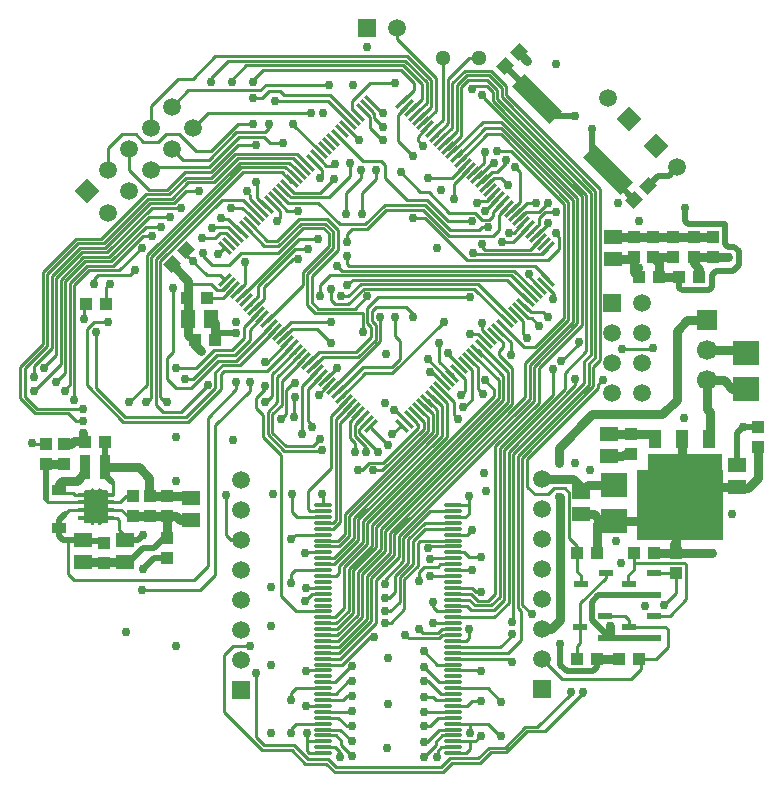
<source format=gbr>
%FSDAX24Y24*%
%MOIN*%
%SFA1B1*%

%IPPOS*%
%AMD18*
4,1,4,0.029200,0.001300,0.001300,0.029200,-0.029200,-0.001300,-0.001300,-0.029200,0.029200,0.001300,0.0*
%
%AMD36*
4,1,4,-0.041700,0.000000,0.000000,-0.041700,0.041700,0.000000,0.000000,0.041700,-0.041700,0.000000,0.0*
%
%AMD42*
4,1,4,0.000000,-0.041700,0.041700,0.000000,0.000000,0.041700,-0.041700,0.000000,0.000000,-0.041700,0.0*
%
%AMD46*
4,1,4,0.023700,-0.013900,-0.013900,0.023700,-0.023700,0.013900,0.013900,-0.023700,0.023700,-0.013900,0.0*
%
%AMD47*
4,1,4,0.013900,0.023700,-0.023700,-0.013900,-0.013900,-0.023700,0.023700,0.013900,0.013900,0.023700,0.0*
%
%AMD49*
4,1,4,-0.083500,0.041800,0.041800,-0.083500,0.083500,-0.041800,-0.041800,0.083500,-0.083500,0.041800,0.0*
%
%ADD10R,0.039400X0.043300*%
%ADD11R,0.043300X0.039400*%
G04~CAMADD=18~9~0.0~0.0~394.0~433.0~0.0~0.0~0~0.0~0.0~0.0~0.0~0~0.0~0.0~0.0~0.0~0~0.0~0.0~0.0~315.0~584.0~583.0*
%ADD18D18*%
%ADD24R,0.086600X0.078700*%
%ADD25R,0.051200X0.059100*%
%ADD26R,0.059100X0.051200*%
%ADD27C,0.010000*%
%ADD28C,0.030000*%
%ADD29C,0.020000*%
%ADD35C,0.059100*%
G04~CAMADD=36~10~0.0~590.4~0.0~0.0~0.0~0.0~0~0.0~0.0~0.0~0.0~0~0.0~0.0~0.0~0.0~0~0.0~0.0~0.0~135.0~590.4~0.0*
%ADD36D36*%
%ADD37C,0.051200*%
%ADD38R,0.059100X0.059100*%
%ADD39R,0.059100X0.059100*%
%ADD40R,0.066900X0.066900*%
%ADD41C,0.066900*%
G04~CAMADD=42~10~0.0~590.4~0.0~0.0~0.0~0.0~0~0.0~0.0~0.0~0.0~0~0.0~0.0~0.0~0.0~0~0.0~0.0~0.0~225.0~590.4~0.0*
%ADD42D42*%
%ADD43C,0.030000*%
G04~CAMADD=46~9~0.0~0.0~532.0~138.0~0.0~0.0~0~0.0~0.0~0.0~0.0~0~0.0~0.0~0.0~0.0~0~0.0~0.0~0.0~315.0~474.0~473.0*
%ADD46D46*%
G04~CAMADD=47~9~0.0~0.0~532.0~138.0~0.0~0.0~0~0.0~0.0~0.0~0.0~0~0.0~0.0~0.0~0.0~0~0.0~0.0~0.0~45.0~474.0~473.0*
%ADD47D47*%
%ADD48O,0.063000X0.011800*%
G04~CAMADD=49~9~0.0~0.0~1772.0~591.0~0.0~0.0~0~0.0~0.0~0.0~0.0~0~0.0~0.0~0.0~0.0~0~0.0~0.0~0.0~135.0~1670.0~1669.0*
%ADD49D49*%
%ADD50R,0.135800X0.061000*%
%ADD51R,0.043300X0.061000*%
%ADD52R,0.043300X0.061000*%
%ADD53R,0.016500X0.107900*%
%ADD54R,0.019700X0.013800*%
%ADD55R,0.051200X0.023600*%
%ADD56R,0.048000X0.035800*%
%ADD57R,0.033500X0.078700*%
%ADD58R,0.288000X0.233000*%
%ADD59R,0.251000X0.075000*%
%ADD70C,0.005000*%
%LNde-020717_copper_signal_bot-1*%
%LPD*%
G54D10*
X005700Y008235D03*
Y007565D03*
X022650Y007065D03*
Y007735D03*
X001650Y010715D03*
Y011385D03*
X002250Y010715D03*
Y011385D03*
X004550Y009639D03*
Y008970D03*
X025400Y011935D03*
Y011265D03*
X021150Y011715D03*
Y011045D03*
X005700Y009635D03*
Y008965D03*
X005120Y009635D03*
Y008965D03*
X003580Y008085D03*
Y007415D03*
X023250Y018261D03*
Y017591D03*
X023900Y018261D03*
Y017591D03*
X022550Y018261D03*
Y017591D03*
X021900Y018261D03*
Y017591D03*
X021250Y018261D03*
Y017591D03*
G54D11*
X022085Y016950D03*
X021415D03*
X003635Y011450D03*
X002965D03*
X003669Y016050D03*
X003000D03*
X021265Y007750D03*
X021935D03*
X020035D03*
X019365D03*
X021435Y004200D03*
X020765D03*
X020035D03*
X019365D03*
X023435Y016950D03*
X022765D03*
X006615Y014850D03*
X007285D03*
X006375Y016230D03*
X007045D03*
G54D18*
X005863Y017363D03*
X006337Y017837D03*
X021737Y019987D03*
X021263Y019513D03*
X017437Y024437D03*
X016963Y023963D03*
G54D24*
X020600Y008809D03*
Y009991D03*
X025000Y013209D03*
Y014391D03*
G54D25*
X007154Y015540D03*
X006406D03*
G54D26*
X004300Y007426D03*
Y008174D03*
X019500Y009026D03*
Y009774D03*
X024700Y009926D03*
Y010674D03*
X020430Y010966D03*
Y011714D03*
X006500Y008826D03*
Y009574D03*
X002900Y008174D03*
Y007426D03*
X020550Y018274D03*
Y017526D03*
G54D27*
X009610Y023010D02*
X011128D01*
X009470Y023150D02*
X009610Y023010D01*
X009100Y023150D02*
X009470D01*
X011030Y018870D02*
X011380Y018520D01*
X010080Y018870D02*
X011030D01*
X009360Y018150D02*
X010080Y018870D01*
X010740Y019410D02*
X011460Y018690D01*
X009728Y019410D02*
X010740D01*
X010968Y018720D02*
X011230Y018458D01*
X009410Y017970D02*
X010160Y018720D01*
X010968*
X010906Y018570D02*
X011080Y018396D01*
X010222Y018570D02*
X010906D01*
X009402Y017750D02*
X010222Y018570D01*
X009039Y018150D02*
X009360D01*
X008459Y018730D02*
X009039Y018150D01*
X008941Y017970D02*
X009410D01*
X008150Y017750D02*
X009402D01*
X008320Y018591D02*
X008941Y017970D01*
X007750Y017350D02*
X008150Y017750D01*
X014650Y022486D02*
Y023560D01*
X013350Y024860D02*
X014650Y023560D01*
X013350Y024860D02*
Y025250D01*
X016550Y022814D02*
Y023100D01*
X016350Y023300D02*
X016550Y023100D01*
X015935Y023300D02*
X016350D01*
X006070Y023550D02*
X006550D01*
X005150Y022630D02*
X006070Y023550D01*
X005150Y021914D02*
Y022630D01*
X011128Y023010D02*
X011931Y022207D01*
X008980Y023350D02*
X011100D01*
X008800Y023170D02*
X008980Y023350D01*
X006406Y023170D02*
X008800D01*
X005857Y022621D02*
X006406Y023170D01*
X001550Y017100D02*
X002660Y018210D01*
X001700Y017038D02*
X002722Y018060D01*
X001850Y016976D02*
X002784Y017910D01*
X002000Y016914D02*
X002846Y017760D01*
X002150Y016851D02*
X002909Y017610D01*
X002300Y016789D02*
X002971Y017460D01*
X002450Y016727D02*
X003033Y017310D01*
X002600Y016665D02*
X003095Y017160D01*
X004110*
X003033Y017310D02*
X003893D01*
X002971Y017460D02*
X003831D01*
X002909Y017610D02*
X003769D01*
X002846Y017760D02*
X003706D01*
X002784Y017910D02*
X003644D01*
X002722Y018060D02*
X003582D01*
X002660Y018210D02*
X003500D01*
X003644Y017910D02*
X005134Y019400D01*
X003706Y017760D02*
X005186Y019240D01*
X003769Y017610D02*
X005085Y018927D01*
X003831Y017460D02*
X004984Y018613D01*
X003500Y018210D02*
X004990Y019700D01*
X003582Y018060D02*
X005072Y019550D01*
X003893Y017310D02*
X004883Y018300D01*
X004110Y017160D02*
X004850Y017900D01*
X004470Y017010D02*
X004630Y017170D01*
X003380Y017010D02*
X004470D01*
X003250Y016880D02*
X003380Y017010D01*
X018090Y012753D02*
Y013891D01*
X017940Y012816D02*
Y013954D01*
X017790Y012879D02*
Y014016D01*
X017640Y012941D02*
Y014078D01*
X019527Y015329D02*
Y019624D01*
X019377Y015391D02*
Y019562D01*
X019227Y015453D02*
Y019500D01*
X019077Y015515D02*
Y019438D01*
X018090Y013891D02*
X019527Y015329D01*
X017940Y013954D02*
X019377Y015391D01*
X017790Y014016D02*
X019227Y015453D01*
X017640Y014078D02*
X019077Y015515D01*
X018927Y015577D02*
Y019375D01*
X017950Y014600D02*
X018927Y015577D01*
X017600Y014600D02*
X017950D01*
X013120Y008421D02*
X017640Y012941D01*
X013270Y008359D02*
X017790Y012879D01*
X013420Y008296D02*
X017940Y012816D01*
X016630Y011293D02*
X018090Y012753D01*
X018650Y018384D02*
Y018400D01*
X007660Y008340D02*
X007840Y008160D01*
X007660Y008340D02*
Y009670D01*
X007840Y008160D02*
X008170D01*
X016310Y019140D02*
X016735Y019565D01*
X016741*
X016040Y019400D02*
X016100Y019460D01*
X016357*
X016602Y019705*
X014370Y019490D02*
X015060Y018800D01*
X014300Y019340D02*
X015140Y018500D01*
X014240Y019180D02*
X015100Y018320D01*
X015250Y020023D02*
X015766Y020540D01*
X015250Y019530D02*
Y020023D01*
X014400Y020250D02*
X015198D01*
X015627Y020679*
X014109Y012543D02*
X014396Y012256D01*
X013960Y012394D02*
X014246Y012107D01*
X013820Y012255D02*
X014070Y012005D01*
X016270Y021120D02*
X016280D01*
X016248Y021098D02*
X016270Y021120D01*
X014932Y013368D02*
X014934D01*
X011690Y017380D02*
Y017740D01*
X014387Y012822D02*
X014696Y012513D01*
X015908Y014353D02*
X015913Y014348D01*
X014248Y012682D02*
X014546Y012384D01*
X016604Y015049D02*
X016890Y014763D01*
X014666Y013100D02*
X015030Y012736D01*
X010885Y005003D02*
X011370D01*
X010885Y005200D02*
X011354D01*
X010320Y006580D02*
X010322Y006578D01*
X010885*
X010300Y007750D02*
X010309Y007759D01*
X010885*
X010434Y001066D02*
X010885D01*
X010350Y001150D02*
X010434Y001066D01*
X010350Y001400D02*
X010410Y001460D01*
X010885*
X015215Y004806D02*
X015656D01*
X014468Y006972D02*
X015215D01*
X014865Y005003D02*
X015215D01*
X014256Y002444D02*
X015215D01*
X014701Y004019D02*
X015215D01*
X014652Y002838D02*
X015215D01*
X014709Y005791D02*
X015215D01*
X014825Y003035D02*
X015215D01*
X014772Y003428D02*
X015215D01*
X014833Y001263D02*
X015215D01*
X010715Y002838D02*
X010885D01*
X014857Y001657D02*
X015215D01*
X014557Y005397D02*
X015215D01*
X014754Y001854D02*
X015215D01*
X014850Y005200D02*
X015215D01*
X014737Y002247D02*
X015215D01*
X014550Y005950D02*
X014709Y005791D01*
X014550Y005950D02*
Y006100D01*
X017300Y015734D02*
X017550Y015485D01*
Y015050D02*
Y015485D01*
Y015050D02*
X017700Y014900D01*
X015750Y009050D02*
Y009315D01*
X015640Y008940D02*
X015750Y009050D01*
X015215Y008940D02*
X015640D01*
X015750Y009315D02*
Y009650D01*
X015731Y009334D02*
X015750Y009315D01*
X015215Y009334D02*
X015731D01*
X003894Y008916D02*
X004034D01*
X004100Y008850*
Y008500D02*
Y008850D01*
Y008500D02*
X004300Y008300D01*
X003567Y009083D02*
X003655Y009172D01*
X003862*
X002100Y009744D02*
X002556D01*
X003894Y009684D02*
Y010056D01*
X004300Y008174D02*
Y008300D01*
X003862Y009172D02*
X004178D01*
X004385Y008965*
X004500*
X003894Y009428D02*
X004128D01*
X004335Y009635*
X004500*
X003850Y010100D02*
X003894Y010056D01*
X002300Y009050D02*
X002422Y009172D01*
X001650Y009500D02*
X001722Y009428D01*
X001650Y009500D02*
Y009550D01*
X001722Y009428D02*
X002806D01*
X002422Y009172D02*
X002806D01*
X002616Y009684D02*
X002806D01*
X002556Y009744D02*
X002616Y009684D01*
X016248Y020737D02*
Y021098D01*
X015908Y020397D02*
X016248Y020737D01*
X016187Y020119D02*
X016518Y020450D01*
X016326Y019980D02*
X016596Y020250D01*
X016047Y020258D02*
X016058D01*
X008550Y023490D02*
Y023510D01*
X016770Y014325D02*
Y014470D01*
X014527Y012961D02*
X014846Y012641D01*
X015215Y007168D02*
X015869D01*
X007565Y016230D02*
X007905Y016570D01*
X015800Y001200D02*
Y001460D01*
X015666Y001066D02*
X015800Y001200D01*
Y001460D02*
X015975D01*
X015215D02*
X015800D01*
X016310Y013480D02*
Y013500D01*
X016384Y002050D02*
X016795Y001640D01*
X016840*
X015975Y001460D02*
X016165Y001650D01*
X014755Y004893D02*
X014865Y005003D01*
X013757Y004893D02*
X014755D01*
X013640Y005010D02*
X013757Y004893D01*
X014733Y005083D02*
X014850Y005200D01*
X014227Y005083D02*
X014733D01*
X014110Y005200D02*
X014227Y005083D01*
X014460Y006980D02*
X014468Y006972D01*
X015070Y014356D02*
X015491Y013935D01*
X015070Y014356D02*
Y014390D01*
X014527Y012961D02*
D01*
X010885Y004806D02*
X011385D01*
X010885Y007365D02*
X011262D01*
X011826Y003960D02*
X011870D01*
X014250Y003950D02*
X014772Y003428D01*
X014400Y003460D02*
X014825Y003035D01*
X014250Y003460D02*
X014400D01*
X014650Y001450D02*
X014857Y001657D01*
X014650Y001350D02*
Y001450D01*
X014250Y000950D02*
X014650Y001350D01*
X014350Y001450D02*
X014754Y001854D01*
X014250Y001450D02*
X014350D01*
X014450Y001960D02*
X014737Y002247D01*
X014250Y001960D02*
X014450D01*
X014250Y004470D02*
X014701Y004019D01*
X014250Y002450D02*
X014256Y002444D01*
X014720Y001150D02*
X014833Y001263D01*
X011680Y001960D02*
X011870D01*
X011393Y002247D02*
X011680Y001960D01*
X010885Y002247D02*
X011393D01*
X011740Y003460D02*
X011870D01*
X011315Y003035D02*
X011740Y003460D01*
X010885Y003035D02*
X011315D01*
X011323Y001657D02*
X011510Y001470D01*
Y001330D02*
Y001470D01*
Y001330D02*
X011870Y000970D01*
X010885Y001657D02*
X011323D01*
X011870Y000960D02*
Y000970D01*
X011476Y001854D02*
X011870Y001460D01*
X010885Y001854D02*
X011476D01*
X010885Y002444D02*
X011854D01*
X011295Y003428D02*
X011826Y003960D01*
X010885Y003428D02*
X011295D01*
X010885Y006972D02*
X011322D01*
X015381Y020984D02*
X015384D01*
X016890Y014590D02*
Y014763D01*
X014750Y014119D02*
X015212Y013657D01*
X014750Y014119D02*
Y014740D01*
X016770Y014470D02*
X016890Y014590D01*
X010810Y016290D02*
Y016670D01*
X011173Y016163D02*
Y016417D01*
X011123Y016467D02*
X011173Y016417D01*
X004990Y012760D02*
X005025D01*
X005574Y012836D02*
X005674D01*
X007155Y016230D02*
X007565D01*
X003335Y013227D02*
Y015090D01*
Y013227D02*
X004302Y012260D01*
X005330Y012680D02*
X005558Y012453D01*
X014550Y002940D02*
X014652Y002838D01*
X014250Y002940D02*
X014550D01*
X015215Y003822D02*
X016158D01*
X016160Y003820*
X015215Y002641D02*
X015711D01*
X015860Y002790*
X016160*
X016130Y007600D02*
X016150Y007620D01*
X015215Y003232D02*
X016383D01*
X016845Y002770*
X010885Y002838D02*
X011558D01*
X011680Y002960*
X011870*
X014506Y021789D02*
X014890Y022173D01*
Y024250*
X007510Y018917D02*
Y018950D01*
X013542Y022774D02*
X013930Y023162D01*
X007735Y018887D02*
X008173Y018449D01*
X008215Y019520D02*
X008730Y019006D01*
X016047Y020258D02*
X016600Y020811D01*
X017750Y016955D02*
X018133Y016573D01*
X017750Y016955D02*
Y017050D01*
X017246Y018400D02*
X017576Y018730D01*
X017100Y018400D02*
X017246D01*
X013297Y012500D02*
X013679Y012119D01*
X013250Y012500D02*
X013297D01*
X013200Y011700D02*
X013479Y011979D01*
X013539*
X010964Y013510D02*
X011350Y013896D01*
Y013900*
X010750Y013018D02*
X011103Y013371D01*
X010750Y013000D02*
Y013018D01*
X009155Y019426D02*
X009450Y019131D01*
Y018900D02*
Y019131D01*
X009350Y018800D02*
X009450Y018900D01*
X010686Y020957D02*
X010993Y020650D01*
X011250*
X011300Y020700*
X010547Y020818D02*
X010850Y020515D01*
Y020300D02*
Y020515D01*
X010800Y020250D02*
X010850Y020300D01*
X011660Y021932D02*
X012092Y021500D01*
X012100*
X012495Y022767D02*
X012862Y022400D01*
X012900*
X012356Y022628D02*
X012600Y022384D01*
Y022250D02*
Y022384D01*
Y022250D02*
X012900Y021950D01*
X007595Y017895D02*
X007624D01*
X007400Y017700D02*
X007595Y017895D01*
X016200Y015165D02*
X016462Y014902D01*
X016056Y015030D02*
X016323Y014763D01*
X015800Y015030D02*
X016056D01*
X016200Y015165D02*
Y015400D01*
X018272Y016712D02*
X018600Y016384D01*
Y016200D02*
Y016384D01*
X009433Y015042D02*
X009841Y015450D01*
X011150*
X009572Y014902D02*
X009870Y015200D01*
X010700*
X011150Y014750*
X010000Y005800D02*
X010885D01*
X010895Y005791*
X014810Y007360D02*
X015210D01*
X014450Y007550D02*
Y007634D01*
X014522Y007562*
X015215*
Y007759D02*
X015591D01*
X015750Y007600*
X016130*
X015215Y008350D02*
X015700D01*
X015850Y008500*
X010885Y004019D02*
X010895D01*
X010811Y011243D02*
X010870Y011183D01*
X009588Y011150D02*
X010718D01*
X010811Y011243*
X009650Y011300D02*
X010550D01*
X009207Y013697D02*
X009993Y014482D01*
X009010Y012780D02*
X009207Y012977D01*
X009370Y013591D02*
X010132Y014353D01*
X010550Y011300D02*
X010800Y011550D01*
X010543Y011950D02*
X010550Y011957D01*
X011173Y016163D02*
X011303Y016033D01*
X009929Y012929D02*
X009950Y012950D01*
X009929Y012285D02*
Y012929D01*
X010210Y011690D02*
Y013313D01*
X010686Y013789*
X010380Y013205D02*
X010825Y013650D01*
X010380Y012127D02*
Y013205D01*
Y012127D02*
X010550Y011957D01*
X009480Y012190D02*
X009670Y012380D01*
X009200Y012360D02*
X009520Y012680D01*
X009200Y011750D02*
Y012360D01*
Y011750D02*
X009650Y011300D01*
X009050Y011688D02*
X009588Y011150D01*
X009050Y011688D02*
Y012440D01*
X009370Y012760*
X008670Y012570D02*
Y012920D01*
Y012570D02*
X008890Y012350D01*
Y011610D02*
Y012350D01*
X014270Y007270D02*
X014720D01*
X014810Y007360*
X014450Y013760D02*
X014540D01*
X014380Y014200D02*
X015070Y013510D01*
X016596Y020250D02*
X016820D01*
X017060Y020010*
X016743Y015178D02*
X017161Y014761D01*
X017160Y014340D02*
X017161Y014341D01*
Y014761*
X016880Y015320D02*
X017600Y014600D01*
X016310Y013480D02*
X016600Y013190D01*
X015908Y014343D02*
X016750Y013501D01*
X016047Y014492D02*
X016900Y013639D01*
X016187Y014631D02*
X017050Y013768D01*
X015215Y004216D02*
X015225D01*
X015215Y004413D02*
X015225D01*
X015215Y004610D02*
X016810D01*
X017250Y005050*
X015225Y004216D02*
X017084D01*
X017200Y004100*
X015225Y004413D02*
X017063D01*
X016600Y020750D02*
Y020811D01*
X015242Y021123D02*
X016219Y022100D01*
X015384Y020984D02*
X016300Y021900D01*
X015521Y020845D02*
X016376Y021700D01*
X015215Y006578D02*
X015872D01*
X016000Y006450*
X016150*
X015215Y006184D02*
X015766D01*
X015957Y005993*
X015225Y005594D02*
X016594D01*
X015957Y005993D02*
X016493D01*
X017063Y004413D02*
X017500Y004850D01*
X015819Y006381D02*
X016057Y006143D01*
X015215Y006381D02*
X015819D01*
X016057Y006143D02*
X016393D01*
X011850Y022567D02*
X012070Y022346D01*
X015841Y005843D02*
X016593D01*
X015215Y005987D02*
X015696D01*
X015841Y005843*
X015064Y021214D02*
X015500Y021650D01*
X014954Y021392D02*
X015350Y021788D01*
X014803Y021523D02*
X015200Y021920D01*
X014646Y021650D02*
X015050Y022055D01*
X015764Y024250D02*
X016110D01*
X015050Y023536D02*
X015764Y024250D01*
X015050Y022055D02*
Y023536D01*
X015656Y004806D02*
X015750Y004900D01*
Y005200*
X010531Y006381D02*
X010895D01*
X010300Y006150D02*
X010531Y006381D01*
X016200Y023000D02*
X016250D01*
X015850Y023200D02*
Y023215D01*
X015935Y023300*
X008041Y016434D02*
X008300Y016692D01*
X008200Y017450D02*
X008300Y017350D01*
Y016692D02*
Y017350D01*
X005471Y012939D02*
Y017471D01*
X007520Y019520*
X008215*
X005021Y013351D02*
Y017657D01*
X005321Y012877D02*
Y017533D01*
X005471Y012939D02*
X005574Y012836D01*
X005330Y012680D02*
Y012868D01*
X005321Y012877D02*
X005330Y012868D01*
X005025Y012760D02*
X005171Y012906D01*
Y017595*
X004430Y012760D02*
X005021Y013351D01*
X006850Y018240D02*
X006870Y018220D01*
X007655Y018410D02*
X007895Y018170D01*
X006850Y018240D02*
Y018250D01*
X007310*
X007470Y018410*
X007655*
X007723Y018620D02*
X008034Y018310D01*
X007330Y018620D02*
X007723D01*
X008207Y019250D02*
X008591Y018866D01*
X007840Y019170D02*
Y019240D01*
X007920Y019250D02*
X008207D01*
X008460Y019554D02*
Y019670D01*
Y019554D02*
X008869Y019145D01*
X007840Y019170D02*
X007920Y019250D01*
X007480Y018887D02*
X007735D01*
X007480D02*
X007510Y018917D01*
X008200Y017450D02*
X008300D01*
X006900Y017650D02*
X007200Y017350D01*
X006900Y017650D02*
Y017750D01*
X002000Y013450D02*
X002300Y013750D01*
Y013200D02*
X002450Y013350D01*
X001600Y013850D02*
Y013950D01*
X002000Y014350*
X001635Y011400D02*
X001650Y011385D01*
X001250Y013150D02*
X002150Y014050D01*
X001215Y011385D02*
X001650D01*
X001200Y011400D02*
X001215Y011385D01*
X002600Y012850D02*
Y016665D01*
X002450Y013350D02*
Y016727D01*
X002300Y013750D02*
Y016789D01*
X002150Y014050D02*
Y016851D01*
X002000Y014350D02*
Y016914D01*
X001850Y014576D02*
Y016976D01*
X001700Y014638D02*
Y017038D01*
X001550Y014700D02*
Y017100D01*
X000800Y013950D02*
X001550Y014700D01*
X000800Y012888D02*
Y013950D01*
X000950Y012950D02*
Y013888D01*
X001700Y014638*
X001250Y013600D02*
Y013976D01*
X001850Y014576*
X000950Y012950D02*
X001350Y012550D01*
X002900*
X000800Y012888D02*
X001288Y012400D01*
X002400*
X002650Y012150*
X002900*
X007551Y016500D02*
X007763Y016712D01*
X007350Y016500D02*
X007551D01*
X007152Y016698D02*
X007350Y016500D01*
X006422Y016698D02*
X007152D01*
X006410Y016710D02*
X006422Y016698D01*
X009500Y006300D02*
X010000Y005800D01*
X009500Y006300D02*
Y011000D01*
X008890Y011610D02*
X009500Y011000D01*
X009835Y008200D02*
X009984Y008350D01*
X010895*
X009835Y006750D02*
Y007035D01*
X009969Y007168*
X010895*
X009835Y002825D02*
Y003085D01*
X009981Y003232*
X010895*
X009835Y001750D02*
Y001885D01*
X010000Y002050*
X010895*
X010320Y002640D02*
X010321Y002641D01*
X010320Y003810D02*
X010332Y003822D01*
X010885*
X010321Y002641D02*
X010885D01*
X017158Y019148D02*
X017461Y019450D01*
X016518Y020450D02*
X016700D01*
X017000Y020750*
Y020850*
X017461Y019450D02*
Y020439D01*
X017300Y020600D02*
X017461Y020439D01*
X016219Y022100D02*
X016839D01*
X016300Y021900D02*
X016827D01*
X016376Y021700D02*
X016815D01*
X016700Y021150D02*
X017153D01*
X016250Y022901D02*
Y023000D01*
X017298Y019009D02*
X017689Y019400D01*
X018000*
X017854Y018452D02*
X018100Y018698D01*
X017437Y018869D02*
X017667Y019100D01*
X018100Y018698D02*
Y018900D01*
X018300Y019100*
X018650*
X017667D02*
X018088D01*
X018388Y019400D02*
X018400D01*
X018088Y019100D02*
X018388Y019400D01*
X017994Y018313D02*
X018400Y018719D01*
Y018750*
X017212Y018088D02*
X017715Y018591D01*
X016938Y018100D02*
X016950Y018088D01*
X017212*
X017802Y017843D02*
X018133Y018173D01*
X003736Y020500D02*
Y021236D01*
X004200Y021700*
X004650*
X004900Y021450*
X005912Y019400D02*
X006312Y019800D01*
X006750*
X005850Y019550D02*
X006400Y020100D01*
X007250*
X004443Y020507D02*
Y021207D01*
X005762Y019700D02*
X006312Y020250D01*
X004443Y020507D02*
X005100Y019850D01*
X005700*
X006300Y020450*
X005150Y020500D02*
Y020600D01*
X006312Y020250D02*
X007162D01*
X006300Y020450D02*
X007150D01*
X005150Y020600D02*
X007088D01*
X007150Y020450D02*
X008050Y021350D01*
X008650*
X004900Y021450D02*
X005400D01*
X005650Y021700*
X006100*
X013900Y015600D02*
Y015690D01*
X010547Y013928D02*
X010889Y014270D01*
X010727Y015883D02*
X011953D01*
X012360Y016290*
X011303Y016033D02*
X011733D01*
X010407Y014067D02*
X010770Y014430D01*
X012370Y015410D02*
Y015910D01*
X012520Y015472D02*
Y015790D01*
X012370Y015410D02*
X012500Y015280D01*
X012520Y015472D02*
X012650Y015342D01*
X011243Y013232D02*
X011244D01*
X010889Y014270D02*
X012070D01*
X010770Y014430D02*
X011980D01*
X018107Y015320D02*
X018110D01*
X017579Y016013D02*
X017831Y015760D01*
X018240*
X018400Y015600*
X018050Y015263D02*
X018107Y015320D01*
X017437Y015877D02*
X017744Y015570D01*
X017860*
X018110Y015320*
X016800Y018100D02*
X016938D01*
X012520Y015790D02*
X012660Y015930D01*
X013660*
X013900Y015690*
X012370Y015910D02*
X012730Y016270D01*
X018550Y016200D02*
X018600D01*
X012730Y016270D02*
X015810D01*
X009850Y009120D02*
Y009700D01*
Y009120D02*
X010030Y008940D01*
X010885*
X010390Y009210D02*
X010463Y009137D01*
X010895*
X010390Y009210D02*
Y009790D01*
X011170Y010570*
X010885Y008546D02*
X011236D01*
X010885Y008743D02*
X011221D01*
X012950Y006700D02*
X012960Y006710D01*
X011221Y008743D02*
X011320Y008842D01*
X011236Y008546D02*
X011470Y008780D01*
X015030Y011603D02*
Y012736D01*
X014846Y011632D02*
Y012641D01*
X014696Y011694D02*
Y012513D01*
X014546Y011756D02*
Y012384D01*
X014396Y011818D02*
Y012256D01*
X014246Y011880D02*
Y012107D01*
X014070Y011916D02*
Y012005D01*
X014473Y009137D02*
X015225D01*
X014291Y008743D02*
X015225D01*
X012550Y010490D02*
X012856D01*
X014246Y011880*
X011620Y009042D02*
X014396Y011818D01*
X011770Y008980D02*
X014546Y011756D01*
X011920Y008918D02*
X014696Y011694D01*
X012070Y008856D02*
X014846Y011632D01*
X012220Y008793D02*
X015030Y011603D01*
X013570Y008234D02*
X014473Y009137D01*
X013742Y008194D02*
X014291Y008743D01*
X013900Y008140D02*
X014306Y008546D01*
X015225*
X014390Y007920D02*
X014426Y007956D01*
X015225*
X012950Y005400D02*
X013150D01*
X012950Y005800D02*
X013140D01*
X012950Y006250D02*
X013090D01*
X011322Y006972D02*
X011430Y007080D01*
X011470Y008780D02*
Y012062D01*
X011320Y008842D02*
Y012190D01*
X010870Y009710D02*
X010895Y009685D01*
Y009334D02*
Y009685D01*
X010885Y004609D02*
X011419D01*
X010885Y004415D02*
X011437D01*
X010885Y004216D02*
X011450D01*
X010895Y004019D02*
X011519D01*
X012450Y004950*
X012600*
X021927Y007074D02*
X022641D01*
X019365Y007125D02*
Y007750D01*
Y007125D02*
X019510Y006980D01*
Y006723D02*
Y006980D01*
X019487Y006700D02*
X019510Y006723D01*
X019473Y005274D02*
Y006073D01*
X020313Y006913*
Y007074*
X020300Y005648D02*
X020962D01*
X021100Y005510*
Y005274D02*
Y005510D01*
X021070Y006730D02*
X021100Y006700D01*
X019473Y004753D02*
Y005274D01*
X019365Y004645D02*
X019473Y004753D01*
X019365Y004200D02*
Y004645D01*
X021990Y004200D02*
X022390Y004600D01*
X021435Y004200D02*
X021990D01*
X021490Y003870D02*
Y004145D01*
X021435Y004200D02*
X021490Y004145D01*
X016393Y006143D02*
X016630Y006380D01*
Y011293*
X016493Y005993D02*
X016780Y006280D01*
Y011231*
X016593Y005843D02*
X016930Y006180D01*
Y011169*
X016594Y005594D02*
X017080Y006080D01*
Y011106*
X017530Y006020D02*
Y010920D01*
Y006020D02*
X017850Y005700D01*
X017380Y005920D02*
Y010982D01*
Y005920D02*
X017500Y005800D01*
Y004850D02*
Y005800D01*
X017200Y005450D02*
X017230Y005480D01*
Y011044*
X010630Y015730D02*
X012220D01*
X010370Y015990D02*
X010630Y015730D01*
X010520Y016090D02*
X010727Y015883D01*
X009016Y015459D02*
X010220Y016664D01*
X007200Y017350D02*
X007750D01*
X008180Y016294D02*
X008556Y016670D01*
X008560*
X010220Y016664D02*
Y017100D01*
X010520Y016090D02*
Y016976D01*
X010370Y015990D02*
Y017038D01*
X010520Y016976D02*
X011380Y017836D01*
X010370Y017038D02*
X011230Y017898D01*
X008459Y016016D02*
X008740Y016297D01*
Y016638*
X008598Y015877D02*
X008940Y016219D01*
X010090Y018200D02*
X010740D01*
X009977Y017875D02*
X010405D01*
X008560Y016670D02*
X010090Y018200D01*
X008740Y016638D02*
X009977Y017875D01*
X008940Y016219D02*
Y016610D01*
X009880Y017550*
X010070*
X003250Y016700D02*
Y016880D01*
X003027Y013323D02*
Y015217D01*
X003260Y015450*
X003729*
X002940Y015540D02*
Y015990D01*
X003000Y016050*
X003669D02*
Y016609D01*
X003780Y016720*
X004883Y018300D02*
X005200D01*
X004984Y018613D02*
X005510D01*
X005085Y018927D02*
X005810D01*
X005186Y019240D02*
X006160D01*
X005134Y019400D02*
X005912D01*
X005072Y019550D02*
X005850D01*
X004990Y019700D02*
X005762D01*
X010800Y019750D02*
X011250Y020200D01*
X009711Y019983D02*
X009944Y019750D01*
X011800Y020300D02*
Y020750D01*
X009709Y019150D02*
X010050D01*
X009294Y019565D02*
X009709Y019150D01*
X009572Y019844D02*
X009816Y019600D01*
X011100*
X011800Y020300*
X016100Y018500D02*
X016200Y018600D01*
X016400*
X015900Y017750D02*
X015957Y017693D01*
X018209*
X018411Y017895*
X018650Y018384D02*
X018748Y018287D01*
X022650Y006400D02*
Y007065D01*
X022641Y007074D02*
X022650Y007065D01*
X018748Y017857D02*
Y018287D01*
X009944Y019750D02*
X010800D01*
X019365Y007750D02*
Y007985D01*
X019100Y008250D02*
X019365Y007985D01*
X019100Y008250D02*
Y009750D01*
X018950Y009900D02*
X019100Y009750D01*
X018600Y009900D02*
X018950D01*
X018400Y009700D02*
X018600Y009900D01*
X017950Y009700D02*
X018400D01*
X017700Y009950D02*
X017950Y009700D01*
X008705Y019587D02*
X009008Y019284D01*
X008705Y019587D02*
Y020150D01*
X008655Y020100D02*
X008705Y020150D01*
X008650Y020100D02*
X008655D01*
X008050Y022050D02*
X008550D01*
X007150Y023450D02*
Y023580D01*
X007850Y023450D02*
Y023520D01*
X005857Y021207D02*
X006214Y020850D01*
X007100*
X006100Y021700D02*
X006650Y021150D01*
X007150*
X008050Y022050*
X018200Y004200D02*
X018850Y003550D01*
X021170*
X021490Y003870*
X015490Y013020D02*
X015620Y013150D01*
Y013527*
X015352Y013796D02*
X015620Y013527D01*
X015630Y014074D02*
X015850Y013854D01*
Y012850D02*
Y013854D01*
X016050Y013220D02*
X016170Y013100D01*
X016050Y013220D02*
Y013932D01*
X015769Y014213D02*
X016050Y013932D01*
X016770Y014325D02*
X017200Y013895D01*
X015250Y012340D02*
X015380Y012210D01*
X015250Y012340D02*
Y012784D01*
X014795Y013239D02*
X015250Y012784D01*
X015550Y012600D02*
X015600D01*
X015850Y012850*
X012217Y022489D02*
X012450Y022255D01*
Y021900D02*
Y022255D01*
Y021900D02*
X012850Y021500D01*
X012900*
X010220Y017100D02*
X011080Y017960D01*
Y018396*
X011230Y017898D02*
Y018458D01*
X011380Y017836D02*
Y018520D01*
X011650Y019050D02*
Y019750D01*
X012150Y020250*
Y020500*
X012200Y019050D02*
Y019750D01*
X012650Y020200*
Y020500*
X009280Y022790D02*
X011070D01*
X011792Y022068*
X008550Y022900D02*
X008850D01*
X009900Y022011D02*
Y022050D01*
Y022011D02*
X010818Y021093D01*
X007050Y022400D02*
X010500D01*
X006564Y021914D02*
X007050Y022400D01*
X008850Y022900D02*
X009100Y023150D01*
X011850Y022567D02*
Y022800D01*
X012450Y023400*
X013300*
X005890Y014440D02*
Y016560D01*
X005700Y014250D02*
X005890Y014440D01*
X005700Y013550D02*
Y014250D01*
Y013550D02*
X006000Y013250D01*
X007900Y004650D02*
X008450D01*
X007600Y004350D02*
X007900Y004650D01*
X014720Y000920D02*
Y001150D01*
X015800Y001750D02*
Y002050D01*
X015215D02*
X015225D01*
X015800*
X016384*
X010350Y001400D02*
Y001750D01*
Y001150D02*
Y001400D01*
X011450Y000950D02*
Y001100D01*
X011287Y001263D02*
X011450Y001100D01*
X010885Y001263D02*
X010895D01*
X011287*
X022390Y004600D02*
Y005190D01*
X021100Y005274D02*
X022306D01*
X022390Y005190*
X022250Y006000D02*
X022650Y006400D01*
X021265Y007400D02*
X022950D01*
X023000Y007350*
Y006200D02*
Y007350D01*
X022448Y005648D02*
X023000Y006200D01*
X021265Y007400D02*
Y007750D01*
X021927Y005648D02*
X022448D01*
X008650Y001600D02*
Y003750D01*
X007600Y002438D02*
Y004350D01*
X019500Y003000D02*
X019600D01*
X008257Y015258D02*
X008737Y015738D01*
X008257Y014907D02*
Y015258D01*
X008450Y014850D02*
Y015172D01*
X008876Y015598*
X006000Y013907D02*
X006657D01*
X007250Y014500*
X006300Y013550D02*
X006550D01*
X007350Y014350*
X006000Y013250D02*
X006500D01*
X007400Y014150*
X005558Y012453D02*
X006153D01*
X007250Y014500D02*
X007850D01*
X008257Y014907*
X007350Y014350D02*
X007950D01*
X008450Y014850*
X007400Y014150D02*
X007990D01*
X009157Y015317*
X008113Y014000D02*
X009294Y015181D01*
X003027Y013323D02*
X004240Y012110D01*
X004302Y012260D02*
X006324D01*
X007307Y013243*
X006153Y012453D02*
X007050Y013350D01*
X009670Y012380D02*
Y013170D01*
X009900Y013400*
X009520Y012680D02*
Y013462D01*
X010271Y014213*
X009370Y012760D02*
Y013591D01*
X009207Y012977D02*
Y013697D01*
X008670Y012920D02*
X008950Y013200D01*
Y013300*
X008998Y014050D02*
X009711Y014763D01*
X008950Y014098D02*
X008998Y014050D01*
X008950Y014098D02*
Y014100D01*
X004240Y012110D02*
X006410D01*
X009027Y013800D02*
X009851Y014624D01*
X006410Y012110D02*
X007500Y013200D01*
X007307Y013243D02*
Y013757D01*
X007550Y014000*
X008113*
X007500Y013200D02*
Y013700D01*
X007600Y013800*
X009027*
X004850Y006500D02*
X006800D01*
X002600Y006850D02*
X006600D01*
X002400Y007050D02*
X002600Y006850D01*
X002400Y007050D02*
Y008200D01*
X008450Y013150D02*
Y013450D01*
X008000Y013200D02*
Y013450D01*
X006600Y006850D02*
X007050Y007300D01*
Y012250*
X008000Y013200*
X006800Y006500D02*
X007300Y007000D01*
Y012000*
X008450Y013150*
X007162Y020250D02*
X007962Y021050D01*
X010036*
X010407Y020679*
X007250Y020100D02*
X008050Y020900D01*
X009908*
X010268Y020540*
X005021Y017657D02*
X008114Y020750D01*
X009769*
X010122Y020397*
X005171Y017595D02*
X008176Y020600D01*
X009641*
X009983Y020258*
X005321Y017533D02*
X008238Y020450D01*
X009512*
X009843Y020119*
X007088Y020600D02*
X008095Y021607D01*
X007100Y020850D02*
X008007Y021757D01*
X008095Y021607D02*
X008917D01*
X009125Y021400*
X009550*
X008007Y021757D02*
X008957D01*
X009100Y021900*
Y022050*
X016200Y017950D02*
X016307Y017843D01*
X016200Y017950D02*
Y018050D01*
X018384Y017493D02*
X018748Y017857D01*
X013930Y023162D02*
Y023421D01*
X015100Y018320D02*
X016570D01*
X015140Y018500D02*
X016100D01*
X015060Y018800D02*
X015850D01*
X011382Y021653D02*
X012245Y020790D01*
X012830*
X012950Y020670*
X017153Y021150D02*
X018927Y019375D01*
X016815Y021700D02*
X019077Y019438D01*
X016827Y021900D02*
X019227Y019500D01*
X016839Y022100D02*
X019377Y019562D01*
X016250Y022901D02*
X019527Y019624D01*
X016550Y022814D02*
X019677Y019686D01*
X016850Y022938D02*
X019977Y019810D01*
X017000Y023000D02*
X020127Y019873D01*
X016700Y022876D02*
X019827Y019748D01*
X019580Y014110D02*
X019827Y014357D01*
X019750Y014030D02*
X019977Y014257D01*
X019900Y013940D02*
X020127Y014167D01*
X012370Y008731D02*
X016600Y012961D01*
Y013190*
X012520Y008669D02*
X016750Y012899D01*
Y013501*
X012670Y008607D02*
X016900Y012837D01*
Y013639*
X012820Y008545D02*
X017050Y012775D01*
Y013768*
X012970Y008483D02*
X017200Y012713D01*
Y013895*
X016930Y011169D02*
X018950Y013189D01*
Y013750*
X017080Y011106D02*
X019300Y013326D01*
Y013550*
X017230Y011044D02*
X019580Y013394D01*
Y014110*
X017380Y010982D02*
X019750Y013352D01*
Y014030*
X017530Y010920D02*
X019900Y013290D01*
Y013940*
X017700Y009950D02*
Y010870D01*
X020060Y013230*
Y013360*
X020220Y013520*
X018950Y013750D02*
X019677Y014477D01*
X019420Y014720D02*
Y014770D01*
X019677Y014477D02*
Y019686D01*
X019827Y014357D02*
Y019748D01*
X019977Y014257D02*
Y019810D01*
X020127Y014167D02*
Y019873D01*
X018570Y013021D02*
Y013860D01*
X016780Y011231D02*
X018570Y013021D01*
X018830Y014140D02*
X018840D01*
X019420Y014720*
X014050Y021607D02*
X014375Y021932D01*
X021910Y014570D02*
X021920Y014560D01*
X021910Y014550D02*
X021920Y014560D01*
X020850Y014550D02*
X021910D01*
X011294Y005594D02*
X011600Y005900D01*
X010885Y005594D02*
X011294D01*
X011339Y005397D02*
X011750Y005808D01*
X010885Y005397D02*
X011339D01*
X011354Y005200D02*
X011900Y005746D01*
X011370Y005003D02*
X012050Y005684D01*
X011385Y004806D02*
X012200Y005621D01*
X011419Y004609D02*
X012350Y005540D01*
X011437Y004415D02*
X012500Y005478D01*
X011450Y004216D02*
X012650Y005416D01*
X011900Y005746D02*
Y007155D01*
X011750Y005808D02*
Y007217D01*
X011600Y005900D02*
Y007279D01*
X010885Y007562D02*
X011246D01*
X011430Y007080D02*
Y007321D01*
X021070Y006730D02*
Y006990D01*
X021265Y007185*
Y007400*
X011733Y016033D02*
X012250Y016550D01*
X015928*
X017022Y015456*
X011700Y016670D02*
X011880Y016850D01*
X017020*
X017718Y016152*
X017954Y017307D02*
X018414Y016848D01*
X017277Y017150D02*
X017996Y016430D01*
X015707Y017493D02*
X018384D01*
X015258Y017307D02*
X017954D01*
X015250Y017300D02*
X015258Y017307D01*
X011770Y017300D02*
X015250D01*
X011690Y017380D02*
X011770Y017300D01*
X011530Y017150D02*
X017277D01*
X011360Y017320D02*
X011530Y017150D01*
X017148Y017000D02*
X017857Y016291D01*
X010810Y016670D02*
X011140Y017000D01*
X017148*
X012443Y010747D02*
X012901D01*
X012070Y010490D02*
X012186D01*
X012443Y010747*
X012901D02*
X014070Y011916D01*
X011800Y012119D02*
X012078Y012397D01*
X011950Y011991D02*
X012217Y012258D01*
X012100Y011862D02*
X012356Y012119D01*
X012100Y011740D02*
X012740Y011100D01*
X012100Y011740D02*
Y011862D01*
X011950Y011650D02*
Y011991D01*
Y011650D02*
X012340Y011260D01*
Y011110D02*
Y011260D01*
X011800Y011560D02*
Y012119D01*
Y011560D02*
X011950Y011410D01*
Y011120D02*
Y011410D01*
X012495Y011905D02*
Y011979D01*
Y011905D02*
X013060Y011340D01*
X015215Y001066D02*
X015225D01*
X015666*
X012220Y015110D02*
Y015730D01*
X011980Y014430D02*
X012500Y014950D01*
Y015280*
X012070Y014270D02*
X012650Y014850D01*
Y015342*
X011244Y013232D02*
X012800Y014788D01*
Y015600*
X011382Y013093D02*
X012229Y013940D01*
X013210Y013730D02*
X014930Y015450D01*
X006337Y017683D02*
Y017837D01*
X007020Y017000D02*
X007474D01*
X006337Y017683D02*
X007020Y017000D01*
X007474D02*
X007626Y016848D01*
X011521Y012954D02*
X012297Y013730D01*
X013300Y014980D02*
X013470Y014810D01*
X013300Y014980D02*
Y015600D01*
X012297Y013730D02*
X013210D01*
X012229Y013940D02*
X013208D01*
X013470Y014202*
Y014810*
X014540Y013760D02*
X014932Y013368D01*
X014050Y008060D02*
X014143Y008153D01*
X015225*
X012148Y016700D02*
X016056D01*
X017161Y015595*
X011738Y016290D02*
X012148Y016700D01*
X011480Y016290D02*
X011738D01*
X011150Y016550D02*
X011185D01*
X013890Y018890D02*
X013900Y018900D01*
X014300*
X015707Y017493*
X015110Y019080D02*
X015960D01*
X014050Y021490D02*
Y021607D01*
Y021490D02*
X014230Y021310D01*
X013400Y021470D02*
X013910Y020960D01*
X013400Y022349D02*
X013679Y022628D01*
X014420Y019770D02*
X015110Y019080D01*
X014140Y019770D02*
X014420D01*
X013480Y020430D02*
X014140Y019770D01*
X013480Y020430D02*
Y020440D01*
X015960Y019080D02*
X016190Y018850D01*
X016570Y018320D02*
X016750Y018500D01*
Y019018*
X017019Y019287*
X016570Y019116D02*
X016880Y019426D01*
X016190Y018850D02*
X016440D01*
X016570Y018980*
Y019116*
X016360Y023510D02*
X016700Y023170D01*
Y022876D02*
Y023170D01*
X016422Y023660D02*
X016850Y023232D01*
X016484Y023810D02*
X017000Y023294D01*
X016850Y022938D02*
Y023232D01*
X017000Y023000D02*
Y023294D01*
X015200Y021920D02*
Y023390D01*
X015620Y023810*
X016484*
X015350Y023328D02*
X015682Y023660D01*
X016422*
X015500Y023266D02*
X015744Y023510D01*
X016360*
X015350Y021788D02*
Y023328D01*
X015500Y021650D02*
Y023266D01*
X008650Y001600D02*
X008920Y001330D01*
X009920*
X007600Y002438D02*
X008858Y001180D01*
X009850*
X010310Y000720*
X009920Y001330D02*
X010380Y000870D01*
X010310Y000720D02*
X011010D01*
X011280Y000450*
X011072Y000870D02*
X011342Y000600D01*
X010380Y000870D02*
X011072D01*
X011342Y000600D02*
X014840D01*
X011280Y000450D02*
X014910D01*
X014840Y000600D02*
X015140Y000900D01*
X014910Y000450D02*
X015210Y000750D01*
X016140*
X016490Y001100*
X016078Y000900D02*
X016428Y001250D01*
X015140Y000900D02*
X016078D01*
X016490Y001100D02*
X017010D01*
X016428Y001250D02*
X016948D01*
X017010Y001100D02*
X017700Y001790D01*
X018290*
X019500Y003000*
X016948Y001250D02*
X017638Y001940D01*
X018040*
X019150Y003050*
X016307Y017843D02*
X017802D01*
X012950Y020250D02*
Y020670D01*
Y020250D02*
X013710Y019490D01*
X014370*
X013400Y021470D02*
Y022349D01*
X014235Y022071D02*
X014650Y022486D01*
X014096Y022210D02*
X014500Y022614D01*
X013960Y022356D02*
X014350Y022747D01*
X014500Y022614D02*
Y023488D01*
X014350Y022747D02*
Y023426D01*
X013820Y022495D02*
X014200Y022875D01*
Y023364*
X008550Y023490D02*
X008910Y023850D01*
X013501*
X013930Y023421*
X007300Y024300D02*
X013688D01*
X007720Y024150D02*
X013626D01*
X008330Y024000D02*
X013564D01*
X007850Y023520D02*
X008330Y024000D01*
X013564D02*
X014200Y023364D01*
X007150Y023580D02*
X007720Y024150D01*
X013626D02*
X014350Y023426D01*
X006550Y023550D02*
X007300Y024300D01*
X013688D02*
X014500Y023488D01*
X013150Y005400D02*
X013610Y005860D01*
X013140Y005800D02*
X013460Y006120D01*
X013090Y006250D02*
X013280Y006440D01*
X014100Y006800D02*
Y007100D01*
X014270Y007270*
X012960Y006710D02*
Y006850D01*
X013570Y007460*
Y008234*
X013280Y006440D02*
Y006958D01*
X013460Y006120D02*
Y006926D01*
X013610Y005860D02*
Y006864D01*
X014050Y007304*
X013460Y006926D02*
X013900Y007366D01*
X013280Y006958D02*
X013742Y007420D01*
Y008194*
X013900Y007366D02*
Y008140D01*
X014050Y007304D02*
Y008060D01*
X013420Y007614D02*
Y008296D01*
X013270Y007677D02*
Y008359D01*
X013120Y007739D02*
Y008421D01*
X012970Y007801D02*
Y008483D01*
X012820Y007863D02*
Y008545D01*
X012670Y007925D02*
Y008607D01*
X012520Y007987D02*
Y008669D01*
X012370Y008049D02*
Y008731D01*
X012220Y008111D02*
Y008793D01*
X012650Y005416D02*
Y006844D01*
X013420Y007614*
X012500Y005478D02*
Y006907D01*
X013270Y007677*
X012350Y005540D02*
Y006969D01*
X013120Y007739*
X012200Y005621D02*
Y007031D01*
X012970Y007801*
X012050Y005684D02*
Y007093D01*
X012820Y007863*
X011900Y007155D02*
X012670Y007925D01*
X011750Y007217D02*
X012520Y007987D01*
X011600Y007279D02*
X012370Y008049D01*
X011430Y007321D02*
X012220Y008111D01*
X012070Y008174D02*
Y008856D01*
X011246Y007562D02*
X011920Y008236D01*
Y008918*
X011262Y007365D02*
X012070Y008174D01*
X010885Y007956D02*
X011416D01*
X011770Y008310*
Y008980*
X010885Y008153D02*
X011393D01*
X011620Y008380*
Y009042*
X011170Y012319D02*
X011693Y012841D01*
X011320Y012190D02*
X011832Y012702D01*
X011470Y012062D02*
X011971Y012563D01*
X011170Y010570D02*
Y012319D01*
X011700Y018100D02*
Y018370D01*
X011870Y018540*
X009433Y019705D02*
X009728Y019410D01*
X012950Y019340D02*
X014300D01*
X011870Y018540D02*
X012370D01*
X013010Y019180*
X014240*
X011460Y018690D02*
X012300D01*
X012950Y019340*
G54D28*
X021250Y017115D02*
Y017591D01*
Y017115D02*
X021415Y016950D01*
X022680Y012830D02*
Y015140D01*
X023040Y015500*
X023700*
X018790Y005490D02*
Y009610D01*
X018500Y005200D02*
X018790Y005490D01*
X018200Y005200D02*
X018500D01*
X017437Y024423D02*
X017710Y024150D01*
X017437Y024423D02*
Y024437D01*
X002505Y011385D02*
X002580Y011460D01*
X002250Y011385D02*
X002505D01*
X002100Y009844D02*
Y010050D01*
X005700Y008235D02*
D01*
Y008965*
X004500D02*
X005100D01*
X005700D02*
D01*
X005100D02*
X005700D01*
X005985D01*
X006124Y008826*
X006500*
X006439Y009635D02*
X006500Y009574D01*
X005700Y009635D02*
X006439D01*
X003625Y010600D02*
X004750D01*
X005100Y010250*
Y009635D02*
Y010250D01*
Y009635D02*
X005700D01*
X002975Y010425D02*
Y010600D01*
X002700Y010150D02*
X002975Y010425D01*
X002200Y010150D02*
X002700D01*
X002100Y010050D02*
X002200Y010150D01*
X001650Y010715D02*
D01*
X002250*
X006406Y015009D02*
X006585Y014830D01*
X006406Y015009D02*
Y015540D01*
X005863Y017363D02*
X006406Y016821D01*
X023887Y018274D02*
X023900Y018261D01*
X022085Y016950D02*
X022765D01*
X022085D02*
Y017407D01*
X021900Y017591D02*
X022085Y017407D01*
X021900Y017591D02*
X022550D01*
X020550Y017526D02*
X021185D01*
X021250Y017591*
X023250Y017400D02*
Y017591D01*
Y017400D02*
X023435Y017215D01*
Y016950D02*
Y017215D01*
X023250Y017591D02*
X023900D01*
X002900Y011515D02*
X002965Y011450D01*
X002900Y011515D02*
Y011750D01*
X006406Y015540D02*
Y016821D01*
X023900Y017591D02*
X024391D01*
X024400Y017600*
X021859Y011714D02*
X021964Y011609D01*
X020876Y010966D02*
X020955Y011045D01*
X021150*
X019496Y009770D02*
X019500Y009774D01*
X019717Y009991*
X019500Y009026D02*
X019914D01*
X020131Y008809*
X021935Y007750D02*
X022635D01*
X022650Y007735*
X020035Y007750D02*
Y008714D01*
X020131Y008809*
X022870Y010870D02*
Y011609D01*
X022860Y010860D02*
X022870Y010870D01*
X023906Y009926D02*
X024700D01*
X023830Y009850D02*
X023906Y009926D01*
X020600Y008809D02*
X021831D01*
X021870Y008770*
X022650Y007735D02*
Y008510D01*
X022640Y008520D02*
X022650Y008510D01*
X024700Y009926D02*
X024726Y009900D01*
X023700Y012530D02*
Y013500D01*
Y012530D02*
X023790Y012440D01*
Y011623D02*
Y012440D01*
X023776Y011609D02*
X023790Y011623D01*
X020430Y011714D02*
X021859D01*
X022655Y007730D02*
X023860D01*
X022650Y007735D02*
X022655Y007730D01*
X020035Y004200D02*
X020765D01*
X019496Y009770D02*
Y009934D01*
X019717Y009991D02*
X020600D01*
X002905Y011460D02*
X002965Y011400D01*
X002580Y011460D02*
X002905D01*
X002900Y007426D02*
X004300D01*
X024541Y013209D02*
X025000D01*
X024250Y013500D02*
X024541Y013209D01*
X023700Y013500D02*
X024250D01*
X023700Y014500D02*
X024891D01*
X025000Y014391*
X006585Y014715D02*
X006835Y014465D01*
X006585Y014715D02*
Y014830D01*
X007154Y015540D02*
X007285Y015409D01*
Y015050D02*
Y015409D01*
X020550Y018274D02*
X023887D01*
X020460Y005060D02*
Y005290D01*
X018200Y010200D02*
X019230D01*
X019496Y009934*
X020430Y010966D02*
X020876D01*
X022210Y012360D02*
X022680Y012830D01*
X018750Y010730D02*
Y011240D01*
X019870Y012360*
X022210*
X024726Y009900D02*
X025060D01*
X025400Y010240*
Y011265*
G54D29*
X019860Y021040D02*
Y021870D01*
Y021040D02*
X020383Y020517D01*
X018580Y022320D02*
X019300D01*
X018017Y022883D02*
X018580Y022320D01*
X002226Y008174D02*
X002900D01*
X002100Y008300D02*
Y008556D01*
Y008850*
X003625Y010325D02*
X003850Y010100D01*
X003625Y010325D02*
Y010600D01*
X003635Y010610*
Y011400*
X002100Y008850D02*
X002300Y009050D01*
X001650Y009550D02*
Y010715D01*
X002900Y007426D02*
D01*
Y008174D02*
X002939Y008135D01*
X003600*
X020300Y004900D02*
X021927D01*
X020076Y006326D02*
X020313D01*
X019860Y006110D02*
X020076Y006326D01*
X019860Y005502D02*
Y006110D01*
Y005502D02*
X020300Y005062D01*
Y004900D02*
Y005062D01*
X024700Y010674D02*
Y011740D01*
X024895Y011935*
X025400*
X020035Y003925D02*
Y004200D01*
X019910Y003800D02*
X020035Y003925D01*
X019020Y003800D02*
X019910D01*
X018810Y004010D02*
X019020Y003800D01*
X018810Y004010D02*
Y004730D01*
X005265Y007565D02*
X005700D01*
X004724Y008174D02*
X004900Y008350D01*
X004300Y008174D02*
X004724D01*
X004300Y007426D02*
X004426D01*
X005585Y008235D02*
X005700D01*
X005250Y007900D02*
X005585Y008235D01*
X004900Y007900D02*
X005250D01*
X004426Y007426D02*
X004900Y007900D01*
Y007200D02*
X005265Y007565D01*
X020383Y020394D02*
X021263Y019513D01*
X020383Y020394D02*
Y020517D01*
X018017Y022883D02*
Y022910D01*
X016963Y023963D02*
X018017Y022910D01*
X021737Y019987D02*
X022050Y020300D01*
X022414*
X022707Y020593*
X007295Y015060D02*
X008000D01*
X007285Y015050D02*
X007295Y015060D01*
X002100Y008300D02*
X002226Y008174D01*
X022950Y018800D02*
Y019250D01*
Y018800D02*
X023050Y018700D01*
X024300*
Y018050D02*
Y018700D01*
X024600Y017950D02*
X024750Y017800D01*
X024400Y017950D02*
X024600D01*
X024300Y018050D02*
X024400Y017950D01*
X024750Y017350D02*
Y017800D01*
X024000Y017150D02*
X024550D01*
X024750Y017350*
X023850Y016600D02*
Y017000D01*
X024000Y017150*
X022765Y016585D02*
Y016950D01*
Y016585D02*
X022850Y016500D01*
X023750*
X023850Y016600*
X021927Y006326D02*
D01*
X020313D02*
X021927D01*
G54D35*
X006564Y021914D03*
X005857Y022621D03*
Y021207D03*
X005150Y021914D03*
Y020500D03*
X004443Y021207D03*
Y019793D03*
X003736Y020500D03*
Y019086D03*
X013350Y025250D03*
X018200Y010200D03*
Y009200D03*
Y008200D03*
Y007200D03*
Y006200D03*
Y005200D03*
Y004200D03*
X008170Y010160D03*
Y009160D03*
Y008160D03*
Y007160D03*
Y006160D03*
Y005160D03*
Y004160D03*
X020393Y022907D03*
X022707Y020593D03*
X021530Y016060D03*
X020530Y015060D03*
X021530D03*
X020530Y014060D03*
X021530D03*
X020530Y013060D03*
X021530D03*
G54D36*
X003029Y019793D03*
G54D37*
X014890Y024250D03*
X016110D03*
G54D38*
X012350Y025250D03*
G54D39*
X018200Y003200D03*
X008170Y003160D03*
X020530Y016060D03*
G54D40*
X023700Y015500D03*
G54D41*
X023700Y014500D03*
Y013500D03*
G54D42*
X021100Y022200D03*
X022000Y021300D03*
G54D43*
X003113Y009083D03*
X003546D03*
X003113Y009517D03*
X003546D03*
X021430Y017250D03*
X018650Y018400D03*
X018770Y010730D03*
Y009610D03*
X007660Y009670D03*
X017710Y024150D03*
X019860Y021870D03*
X019300Y022320D03*
X016040Y019400D03*
X016310Y019140D03*
X015250Y019530D03*
X014840Y019830D03*
X016340Y009820D03*
X014710Y017900D03*
X009100Y022050D03*
X015850Y018800D03*
X012800Y015600D03*
X016280Y021120D03*
X013900Y015600D03*
X010320Y002640D03*
Y006580D03*
X009850Y009700D03*
X010300Y007750D03*
X009835Y006750D03*
Y008200D03*
X016230Y013040D03*
X014550Y006100D03*
X017700Y014900D03*
X015750Y009650D03*
X018400Y015600D03*
X015869Y007168D03*
X004630Y017170D03*
X015490Y013020D03*
X016310Y013500D03*
X016840Y001640D03*
X016165Y001650D03*
X010870Y011183D03*
X013640Y005010D03*
X014110Y005200D03*
X014557Y005397D03*
X014460Y006980D03*
X015380Y012210D03*
X014750Y014740D03*
X015070Y014390D03*
X011870Y003960D03*
X014250Y004470D03*
Y003950D03*
Y003460D03*
Y002940D03*
Y002450D03*
Y001960D03*
Y001450D03*
Y000950D03*
X011870Y000960D03*
Y001460D03*
Y001960D03*
Y002460D03*
Y002960D03*
Y003460D03*
X012550Y010490D03*
X004430Y012760D03*
X010810Y016290D03*
X005690Y012760D03*
X004990D03*
X011700Y016670D03*
X005890Y016560D03*
X006410Y016710D03*
X003729Y015450D03*
X003335Y015090D03*
X014700Y000950D03*
X016160Y002790D03*
Y003820D03*
X016150Y006450D03*
Y007620D03*
X016845Y002770D03*
X013300Y015600D03*
X007510Y018910D03*
X017100Y018400D03*
X017750Y017050D03*
X013200Y011700D03*
X013250Y012500D03*
X011350Y013900D03*
X010750Y013000D03*
X012950Y012750D03*
X009350Y018800D03*
X010800Y020250D03*
X011300Y020700D03*
X012100Y021500D03*
X012900Y022400D03*
Y021950D03*
X010900Y022400D03*
X007400Y017700D03*
X015800Y015030D03*
X016200Y015400D03*
X014400Y020250D03*
X011150Y015450D03*
Y014750D03*
X012950Y006700D03*
Y006250D03*
X014100Y006800D03*
X014450Y007550D03*
X015850Y008500D03*
X012600Y004950D03*
X007900Y011500D03*
X008950Y012780D03*
X010800Y011550D03*
X010543Y011950D03*
X010210Y011690D03*
X009929Y012285D03*
X009950Y012950D03*
X012950Y005800D03*
X009480Y012190D03*
X009950Y013400D03*
X012950Y005400D03*
X014390Y014210D03*
X014450Y013760D03*
X017060Y020010D03*
X017160Y014340D03*
X017200Y004100D03*
Y005050D03*
Y005450D03*
X017850Y005700D03*
X016600Y020750D03*
X016700Y021150D03*
X012900Y021500D03*
X015750Y005200D03*
X010300Y006150D03*
X016200Y023000D03*
X015850Y023200D03*
X005810Y018927D03*
X005200Y018300D03*
X006850Y018250D03*
X007180Y018580D03*
X005510Y018613D03*
X006160Y019240D03*
X007840D03*
X006750Y019800D03*
X008350D03*
X002300Y013150D03*
X002000Y013450D03*
X001600Y013900D03*
X001250Y013600D03*
X008300Y017450D03*
X004850Y017900D03*
X006900Y017750D03*
X002600Y012850D03*
X003250Y016700D03*
X001250Y013150D03*
X001200Y011400D03*
X002900Y012550D03*
Y012150D03*
Y011750D03*
X009835Y002825D03*
Y001750D03*
X010320Y003810D03*
X009150Y001750D03*
Y004000D03*
Y005300D03*
Y006600D03*
X018000Y019400D03*
X018400D03*
X017300Y020600D03*
X018650Y019100D03*
X018400Y018750D03*
X017000Y020850D03*
X024400Y017600D03*
X022950Y019250D03*
X008650Y021350D03*
X015900Y017750D03*
X011250Y020200D03*
X009550Y021400D03*
X012360Y016290D03*
X018110Y015320D03*
X015810Y016280D03*
X018550Y016200D03*
X014390Y007920D03*
X010870Y009710D03*
X021540Y011710D03*
X024895Y011935D03*
X023860Y007730D03*
X022610Y008020D03*
X024530Y009050D03*
X018800Y004720D03*
X019920Y009990D03*
X011360Y017320D03*
X010740Y018200D03*
X010405Y017875D03*
X010070Y017550D03*
X002940Y015540D03*
X003780Y016700D03*
X004900Y008350D03*
Y007200D03*
X011800Y020750D03*
X010050Y019150D03*
X016400Y018600D03*
X019300Y013550D03*
X008650Y020100D03*
X008550Y022050D03*
X009280Y022790D03*
X008550Y022900D03*
X007150Y023450D03*
X008550D03*
X007850D03*
X015550Y012600D03*
X011700Y017640D03*
Y018100D03*
X011650Y019050D03*
X012200D03*
X012150Y020500D03*
X012650D03*
X011100Y023350D03*
X009900Y022050D03*
X010500Y022400D03*
X012350Y024600D03*
X011900Y023350D03*
X013300Y023400D03*
X006835Y014465D03*
X006000Y013907D03*
X006300Y013550D03*
X008650Y003750D03*
X008450Y004650D03*
X015800Y001750D03*
X010350D03*
X011450Y000950D03*
X022250Y006000D03*
X019150Y003100D03*
X019550D03*
X008000Y015450D03*
Y015060D03*
X007050Y013350D03*
X008950Y013300D03*
Y014100D03*
X008000Y013450D03*
X008450D03*
X004850Y006500D03*
X016850Y018100D03*
X016200Y018050D03*
X020220Y013520D03*
X019420Y014770D03*
X018570Y013860D03*
X018830Y014140D03*
X014230Y021310D03*
X020850Y014550D03*
X021890Y014560D03*
X013040Y001230D03*
X013060Y002710D03*
X013050Y004230D03*
X004330Y005110D03*
X005990Y004630D03*
X005980Y010140D03*
Y011610D03*
X009220Y009710D03*
X020660Y008150D03*
X021640Y005980D03*
X020820Y007410D03*
X019780Y010520D03*
X012070Y010490D03*
X011950Y011120D03*
X012340Y011110D03*
X012740Y011100D03*
X013060Y011340D03*
X013000Y014365D03*
X021570Y018274D03*
X020720Y019410D03*
X018650Y024030D03*
X020460Y005290D03*
X012220Y015110D03*
X014930Y015450D03*
X006550Y017460D03*
X021440Y018790D03*
X016260Y010400D03*
X019300Y010740D03*
X013910Y020960D03*
X020800Y010960D03*
X022930Y012250D03*
X011480Y016290D03*
X011150Y016550D03*
X013890Y018890D03*
X013480Y020440D03*
G54D46*
X012495Y022767D03*
X012356Y022628D03*
X012217Y022489D03*
X012078Y022349D03*
X011939Y022210D03*
X011799Y022071D03*
X011660Y021932D03*
X011521Y021793D03*
X011382Y021653D03*
X011243Y021514D03*
X011103Y021375D03*
X010964Y021236D03*
X010825Y021097D03*
X010686Y020957D03*
X010547Y020818D03*
X010407Y020679D03*
X010268Y020540D03*
X010129Y020401D03*
X009990Y020261D03*
X009851Y020122D03*
X009711Y019983D03*
X009572Y019844D03*
X009433Y019705D03*
X009294Y019565D03*
X009155Y019426D03*
X009016Y019287D03*
X008876Y019148D03*
X008737Y019009D03*
X008598Y018869D03*
X008459Y018730D03*
X008320Y018591D03*
X008180Y018452D03*
X008041Y018313D03*
X007902Y018173D03*
X007763Y018034D03*
X007624Y017895D03*
X013539Y011979D03*
X013679Y012119D03*
X013818Y012258D03*
X013957Y012397D03*
X014096Y012536D03*
X014235Y012675D03*
X014375Y012815D03*
X014514Y012954D03*
X014653Y013093D03*
X014792Y013232D03*
X014931Y013371D03*
X015070Y013510D03*
X015210Y013650D03*
X015349Y013789D03*
X015488Y013928D03*
X015627Y014067D03*
X015766Y014206D03*
X015906Y014346D03*
X016045Y014485D03*
X016184Y014624D03*
X016323Y014763D03*
X016462Y014902D03*
X016602Y015042D03*
X016741Y015181D03*
X016880Y015320D03*
X017298Y015738D03*
X017437Y015877D03*
X017576Y016016D03*
X018133Y016573D03*
X018272Y016712D03*
X018411Y016851D03*
X017715Y016155D03*
X017158Y015598D03*
X017019Y015459D03*
X017854Y016294D03*
X017994Y016434D03*
G54D47*
X007624Y016851D03*
X007763Y016712D03*
X007902Y016573D03*
X008041Y016434D03*
X008180Y016294D03*
X008320Y016155D03*
X008459Y016016D03*
X008598Y015877D03*
X008737Y015738D03*
X008876Y015598D03*
X009016Y015459D03*
X009433Y015042D03*
X009572Y014902D03*
X009711Y014763D03*
X010129Y014346D03*
X010268Y014206D03*
X010407Y014067D03*
X010547Y013928D03*
X010686Y013789D03*
X010825Y013650D03*
X010964Y013510D03*
X011103Y013371D03*
X011243Y013232D03*
X011382Y013093D03*
X011521Y012954D03*
X011660Y012815D03*
X011799Y012675D03*
X011939Y012536D03*
X012078Y012397D03*
X012217Y012258D03*
X012356Y012119D03*
X012495Y011979D03*
X018411Y017895D03*
X018272Y018034D03*
X018133Y018173D03*
X017994Y018313D03*
X017854Y018452D03*
X017715Y018591D03*
X017576Y018730D03*
X017437Y018869D03*
X017298Y019009D03*
X017158Y019148D03*
X017019Y019287D03*
X016880Y019426D03*
X016741Y019565D03*
X016602Y019705D03*
X016462Y019844D03*
X016323Y019983D03*
X016184Y020122D03*
X016045Y020261D03*
X015906Y020401D03*
X015766Y020540D03*
X015627Y020679D03*
X015488Y020818D03*
X015349Y020957D03*
X015210Y021097D03*
X015070Y021236D03*
X014931Y021375D03*
X014792Y021514D03*
X014653Y021653D03*
X014514Y021793D03*
X014375Y021932D03*
X014235Y022071D03*
X014096Y022210D03*
X013957Y022349D03*
X013818Y022489D03*
X013679Y022628D03*
X013539Y022767D03*
X009155Y015320D03*
X009851Y014624D03*
X009990Y014485D03*
X009294Y015181D03*
G54D48*
X015225Y006184D03*
Y005594D03*
Y005791D03*
Y005987D03*
Y006381D03*
X010895Y008546D03*
Y008743D03*
Y009137D03*
Y008153D03*
Y006972D03*
Y007365D03*
Y007562D03*
Y007956D03*
Y001066D03*
Y001263D03*
Y001460D03*
Y001657D03*
Y001854D03*
Y002050D03*
Y002247D03*
Y002444D03*
Y002641D03*
Y002838D03*
Y003035D03*
Y003232D03*
Y003428D03*
Y003625D03*
Y003822D03*
Y004019D03*
Y004216D03*
Y004413D03*
Y004609D03*
Y004806D03*
Y005003D03*
Y005200D03*
Y005397D03*
Y005594D03*
Y005791D03*
Y005987D03*
Y006184D03*
Y006381D03*
Y006578D03*
Y006775D03*
Y007168D03*
Y007759D03*
Y008350D03*
Y008940D03*
Y009334D03*
X015225Y001066D03*
Y001263D03*
Y001460D03*
Y001657D03*
Y001854D03*
Y002050D03*
Y002247D03*
Y002444D03*
Y002641D03*
Y002838D03*
Y003035D03*
Y003232D03*
Y003428D03*
Y003625D03*
Y003822D03*
Y004019D03*
Y004216D03*
Y004413D03*
Y004609D03*
Y004806D03*
Y005003D03*
Y005200D03*
Y005397D03*
Y006578D03*
Y006775D03*
Y006972D03*
Y007168D03*
Y007365D03*
Y007562D03*
Y007759D03*
Y007956D03*
Y008153D03*
Y008350D03*
Y008546D03*
Y008743D03*
Y008940D03*
Y009137D03*
Y009334D03*
G54D49*
X020383Y020517D03*
X018017Y022883D03*
G54D50*
X022860Y008881D03*
G54D51*
X023766Y011539D03*
X022860D03*
G54D52*
X021955Y011539D03*
G54D53*
X003330Y009300D03*
G54D54*
X002818Y009684D03*
Y009428D03*
Y009172D03*
Y008916D03*
X003842D03*
Y009172D03*
Y009428D03*
Y009684D03*
G54D55*
X021100Y006700D03*
X021927Y006326D03*
Y007074D03*
X021100Y005274D03*
X021927Y004900D03*
Y005648D03*
X019473Y005274D03*
X020300Y004900D03*
Y005648D03*
X019487Y006700D03*
X020313Y006326D03*
Y007074D03*
G54D56*
X002100Y008556D03*
Y009844D03*
G54D57*
X003625Y010600D03*
X002975D03*
G54D58*
X022790Y009325D03*
G54D59*
X022975Y010685D03*
G54D70*
X003478Y009885D02*
Y009814D01*
X003699*
Y008786*
X003478*
Y008715*
X003438*
Y008786*
X003222*
Y008715*
X003182*
Y008786*
X002961*
Y009814*
X003182*
Y009885*
X003222*
Y009814*
X003438*
Y009885*
X003478*
G54D27*
X003428Y009835D02*
Y009764D01*
X003649*
Y008836*
X003428*
Y008765*
X003488*
Y008836*
X003172*
Y008765*
X003232*
Y008836*
X003011*
Y009764*
X003232*
Y009835*
X003172*
Y009764*
X003488*
Y009835*
X003428*
X003060Y008850D02*
Y009740D01*
X003160Y008850D02*
Y009740D01*
X003260Y008850D02*
Y009740D01*
X003360Y008850D02*
Y009740D01*
X003460Y008770D02*
Y009830D01*
X003560Y008850D02*
Y009740D01*
M02*
</source>
